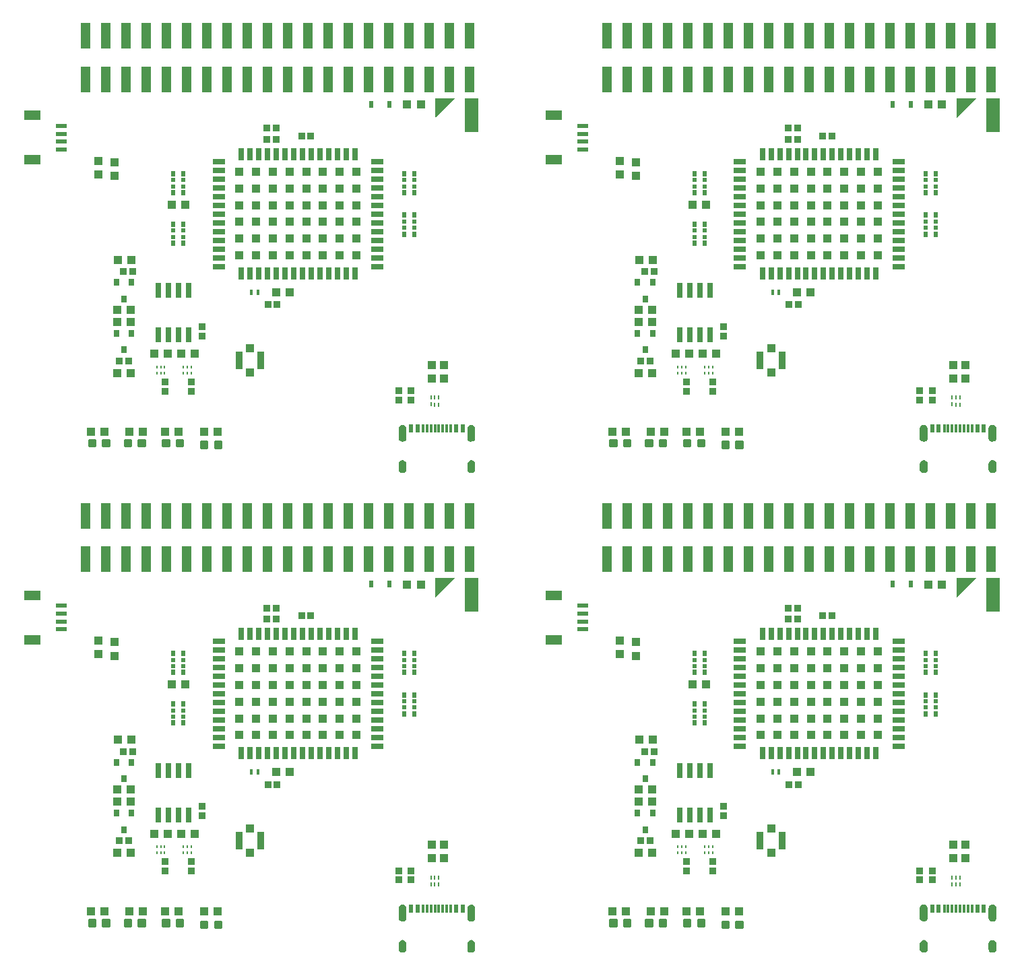
<source format=gtp>
G04 EAGLE Gerber RS-274X export*
G75*
%MOMM*%
%FSLAX34Y34*%
%LPD*%
%INSolderpaste Top*%
%IPPOS*%
%AMOC8*
5,1,8,0,0,1.08239X$1,22.5*%
G01*
%ADD10R,1.000000X1.100000*%
%ADD11R,0.850000X2.200000*%
%ADD12R,1.000000X1.050000*%
%ADD13R,0.630000X0.830000*%
%ADD14R,1.100000X1.000000*%
%ADD15C,0.300000*%
%ADD16R,1.700000X4.200000*%
%ADD17R,0.800000X1.500000*%
%ADD18R,1.500000X0.800000*%
%ADD19R,1.100000X1.100000*%
%ADD20R,0.850000X0.900000*%
%ADD21R,0.250000X0.610000*%
%ADD22R,0.250000X0.560000*%
%ADD23R,0.300000X1.000000*%
%ADD24R,0.600000X1.000000*%
%ADD25R,0.900000X0.850000*%
%ADD26R,1.270000X3.175000*%
%ADD27R,2.000000X1.200000*%
%ADD28R,1.350000X0.600000*%
%ADD29R,0.400000X0.700000*%
%ADD30R,0.800000X0.900000*%
%ADD31R,0.640000X1.900000*%
%ADD32R,0.240000X0.440000*%
%ADD33R,0.550000X0.800000*%
%ADD34R,0.550000X0.500000*%

G36*
X523536Y1052515D02*
X523536Y1052515D01*
X523563Y1052511D01*
X523604Y1052528D01*
X523646Y1052537D01*
X523682Y1052563D01*
X523691Y1052567D01*
X523695Y1052573D01*
X523706Y1052581D01*
X547706Y1076581D01*
X547727Y1076620D01*
X547756Y1076653D01*
X547760Y1076680D01*
X547773Y1076704D01*
X547770Y1076748D01*
X547777Y1076791D01*
X547766Y1076816D01*
X547764Y1076843D01*
X547738Y1076879D01*
X547720Y1076919D01*
X547697Y1076934D01*
X547681Y1076956D01*
X547640Y1076972D01*
X547604Y1076996D01*
X547560Y1077002D01*
X547551Y1077006D01*
X547544Y1077005D01*
X547530Y1077007D01*
X523530Y1077007D01*
X523514Y1077002D01*
X523497Y1077005D01*
X523447Y1076983D01*
X523396Y1076968D01*
X523385Y1076955D01*
X523369Y1076948D01*
X523339Y1076903D01*
X523304Y1076862D01*
X523301Y1076845D01*
X523292Y1076831D01*
X523281Y1076758D01*
X523281Y1052758D01*
X523293Y1052715D01*
X523296Y1052672D01*
X523312Y1052650D01*
X523320Y1052623D01*
X523353Y1052595D01*
X523379Y1052559D01*
X523405Y1052550D01*
X523425Y1052531D01*
X523469Y1052525D01*
X523509Y1052509D01*
X523536Y1052515D01*
G37*
G36*
X1178628Y1052515D02*
X1178628Y1052515D01*
X1178655Y1052511D01*
X1178695Y1052528D01*
X1178738Y1052537D01*
X1178773Y1052563D01*
X1178783Y1052567D01*
X1178786Y1052573D01*
X1178798Y1052581D01*
X1202798Y1076581D01*
X1202819Y1076620D01*
X1202848Y1076653D01*
X1202852Y1076680D01*
X1202865Y1076704D01*
X1202862Y1076748D01*
X1202868Y1076791D01*
X1202857Y1076816D01*
X1202855Y1076843D01*
X1202829Y1076879D01*
X1202812Y1076919D01*
X1202789Y1076934D01*
X1202772Y1076956D01*
X1202732Y1076972D01*
X1202695Y1076996D01*
X1202652Y1077002D01*
X1202642Y1077006D01*
X1202636Y1077005D01*
X1202621Y1077007D01*
X1178621Y1077007D01*
X1178605Y1077002D01*
X1178588Y1077005D01*
X1178539Y1076983D01*
X1178487Y1076968D01*
X1178476Y1076955D01*
X1178460Y1076948D01*
X1178431Y1076903D01*
X1178395Y1076862D01*
X1178393Y1076845D01*
X1178383Y1076831D01*
X1178372Y1076758D01*
X1178372Y1052758D01*
X1178384Y1052715D01*
X1178387Y1052672D01*
X1178404Y1052650D01*
X1178411Y1052623D01*
X1178444Y1052595D01*
X1178470Y1052559D01*
X1178496Y1052550D01*
X1178517Y1052531D01*
X1178560Y1052525D01*
X1178601Y1052509D01*
X1178628Y1052515D01*
G37*
G36*
X1178628Y449417D02*
X1178628Y449417D01*
X1178655Y449413D01*
X1178695Y449431D01*
X1178738Y449440D01*
X1178773Y449466D01*
X1178783Y449470D01*
X1178786Y449475D01*
X1178798Y449484D01*
X1202798Y473484D01*
X1202819Y473522D01*
X1202848Y473555D01*
X1202852Y473582D01*
X1202865Y473606D01*
X1202862Y473650D01*
X1202868Y473693D01*
X1202857Y473719D01*
X1202855Y473746D01*
X1202829Y473781D01*
X1202812Y473821D01*
X1202789Y473836D01*
X1202772Y473858D01*
X1202732Y473874D01*
X1202695Y473898D01*
X1202652Y473905D01*
X1202642Y473908D01*
X1202636Y473907D01*
X1202621Y473909D01*
X1178621Y473909D01*
X1178605Y473904D01*
X1178588Y473907D01*
X1178539Y473885D01*
X1178487Y473870D01*
X1178476Y473857D01*
X1178460Y473850D01*
X1178431Y473805D01*
X1178395Y473765D01*
X1178393Y473748D01*
X1178383Y473734D01*
X1178372Y473660D01*
X1178372Y449660D01*
X1178384Y449618D01*
X1178387Y449574D01*
X1178404Y449552D01*
X1178411Y449526D01*
X1178444Y449497D01*
X1178470Y449462D01*
X1178496Y449452D01*
X1178517Y449434D01*
X1178560Y449427D01*
X1178601Y449412D01*
X1178628Y449417D01*
G37*
G36*
X523536Y449417D02*
X523536Y449417D01*
X523563Y449413D01*
X523604Y449431D01*
X523646Y449440D01*
X523682Y449466D01*
X523691Y449470D01*
X523695Y449475D01*
X523706Y449484D01*
X547706Y473484D01*
X547727Y473522D01*
X547756Y473555D01*
X547760Y473582D01*
X547773Y473606D01*
X547770Y473650D01*
X547777Y473693D01*
X547766Y473719D01*
X547764Y473746D01*
X547738Y473781D01*
X547720Y473821D01*
X547697Y473836D01*
X547681Y473858D01*
X547640Y473874D01*
X547604Y473898D01*
X547560Y473905D01*
X547551Y473908D01*
X547544Y473907D01*
X547530Y473909D01*
X523530Y473909D01*
X523514Y473904D01*
X523497Y473907D01*
X523447Y473885D01*
X523396Y473870D01*
X523385Y473857D01*
X523369Y473850D01*
X523339Y473805D01*
X523304Y473765D01*
X523301Y473748D01*
X523292Y473734D01*
X523281Y473660D01*
X523281Y449660D01*
X523293Y449618D01*
X523296Y449574D01*
X523312Y449552D01*
X523320Y449526D01*
X523353Y449497D01*
X523379Y449462D01*
X523405Y449452D01*
X523425Y449434D01*
X523469Y449427D01*
X523509Y449412D01*
X523536Y449417D01*
G37*
G36*
X1223092Y645338D02*
X1223092Y645338D01*
X1223092Y645339D01*
X1223092Y645338D01*
X1224161Y645357D01*
X1224167Y645362D01*
X1224171Y645359D01*
X1225209Y645615D01*
X1225214Y645621D01*
X1225219Y645619D01*
X1226173Y646099D01*
X1226177Y646107D01*
X1226183Y646105D01*
X1227006Y646786D01*
X1227008Y646794D01*
X1227014Y646794D01*
X1227665Y647641D01*
X1227665Y647649D01*
X1227671Y647651D01*
X1228117Y648621D01*
X1228115Y648629D01*
X1228120Y648632D01*
X1228340Y649678D01*
X1228336Y649684D01*
X1228341Y649688D01*
X1228341Y661688D01*
X1228337Y661692D01*
X1228340Y661696D01*
X1228160Y662791D01*
X1228154Y662796D01*
X1228157Y662801D01*
X1227738Y663829D01*
X1227731Y663833D01*
X1227733Y663839D01*
X1227096Y664748D01*
X1227088Y664750D01*
X1227089Y664756D01*
X1226265Y665500D01*
X1226257Y665501D01*
X1226256Y665507D01*
X1225288Y666049D01*
X1225280Y666048D01*
X1225278Y666053D01*
X1224213Y666366D01*
X1224209Y666365D01*
X1224205Y666365D01*
X1224202Y666368D01*
X1223094Y666437D01*
X1223088Y666432D01*
X1223084Y666436D01*
X1221976Y666266D01*
X1221971Y666261D01*
X1221966Y666264D01*
X1220924Y665851D01*
X1220919Y665844D01*
X1220914Y665846D01*
X1219990Y665213D01*
X1219987Y665205D01*
X1219981Y665205D01*
X1219221Y664382D01*
X1219221Y664374D01*
X1219215Y664373D01*
X1218657Y663401D01*
X1218658Y663393D01*
X1218653Y663391D01*
X1218325Y662320D01*
X1218328Y662312D01*
X1218323Y662309D01*
X1218242Y661191D01*
X1218244Y661189D01*
X1218242Y661188D01*
X1218242Y649188D01*
X1218247Y649181D01*
X1218243Y649176D01*
X1218463Y648232D01*
X1218469Y648227D01*
X1218466Y648222D01*
X1218890Y647350D01*
X1218897Y647346D01*
X1218896Y647341D01*
X1219503Y646585D01*
X1219511Y646583D01*
X1219511Y646577D01*
X1220271Y645975D01*
X1220279Y645975D01*
X1220280Y645970D01*
X1221155Y645552D01*
X1221163Y645554D01*
X1221165Y645548D01*
X1222111Y645336D01*
X1222119Y645340D01*
X1222122Y645335D01*
X1223092Y645338D01*
G37*
G36*
X568000Y645338D02*
X568000Y645338D01*
X568001Y645339D01*
X568001Y645338D01*
X569069Y645357D01*
X569076Y645362D01*
X569080Y645359D01*
X570117Y645615D01*
X570122Y645621D01*
X570128Y645619D01*
X571082Y646099D01*
X571086Y646107D01*
X571091Y646105D01*
X571915Y646786D01*
X571916Y646794D01*
X571922Y646794D01*
X572573Y647641D01*
X572573Y647649D01*
X572579Y647651D01*
X573026Y648621D01*
X573024Y648629D01*
X573029Y648632D01*
X573248Y649678D01*
X573245Y649684D01*
X573249Y649688D01*
X573249Y661688D01*
X573246Y661692D01*
X573249Y661696D01*
X573069Y662791D01*
X573063Y662796D01*
X573066Y662801D01*
X572647Y663829D01*
X572640Y663833D01*
X572642Y663839D01*
X572005Y664748D01*
X571997Y664750D01*
X571997Y664756D01*
X571174Y665500D01*
X571166Y665501D01*
X571165Y665507D01*
X570197Y666049D01*
X570188Y666048D01*
X570186Y666053D01*
X569122Y666366D01*
X569117Y666365D01*
X569113Y666365D01*
X569111Y666368D01*
X568003Y666437D01*
X567997Y666432D01*
X567993Y666436D01*
X566885Y666266D01*
X566879Y666261D01*
X566874Y666264D01*
X565832Y665851D01*
X565828Y665844D01*
X565823Y665846D01*
X564898Y665213D01*
X564896Y665205D01*
X564890Y665205D01*
X564130Y664382D01*
X564129Y664374D01*
X564123Y664373D01*
X563566Y663401D01*
X563567Y663393D01*
X563561Y663391D01*
X563234Y662320D01*
X563237Y662312D01*
X563232Y662309D01*
X563151Y661191D01*
X563152Y661189D01*
X563151Y661188D01*
X563151Y649188D01*
X563156Y649181D01*
X563152Y649176D01*
X563371Y648232D01*
X563377Y648227D01*
X563375Y648222D01*
X563799Y647350D01*
X563806Y647346D01*
X563804Y647341D01*
X564411Y646585D01*
X564419Y646583D01*
X564419Y646577D01*
X565179Y645975D01*
X565188Y645975D01*
X565189Y645970D01*
X566064Y645552D01*
X566072Y645554D01*
X566074Y645548D01*
X567020Y645336D01*
X567027Y645340D01*
X567031Y645335D01*
X568000Y645338D01*
G37*
G36*
X1223092Y42241D02*
X1223092Y42241D01*
X1224161Y42260D01*
X1224167Y42265D01*
X1224171Y42261D01*
X1225209Y42517D01*
X1225214Y42524D01*
X1225219Y42521D01*
X1226173Y43002D01*
X1226177Y43009D01*
X1226183Y43008D01*
X1227006Y43689D01*
X1227008Y43697D01*
X1227014Y43697D01*
X1227665Y44544D01*
X1227665Y44552D01*
X1227671Y44553D01*
X1228117Y45524D01*
X1228115Y45532D01*
X1228120Y45534D01*
X1228340Y46580D01*
X1228336Y46587D01*
X1228341Y46590D01*
X1228341Y58590D01*
X1228337Y58595D01*
X1228340Y58598D01*
X1228160Y59693D01*
X1228154Y59699D01*
X1228157Y59704D01*
X1227738Y60732D01*
X1227731Y60736D01*
X1227733Y60741D01*
X1227096Y61650D01*
X1227088Y61653D01*
X1227089Y61658D01*
X1226265Y62402D01*
X1226257Y62403D01*
X1226256Y62409D01*
X1225288Y62951D01*
X1225280Y62950D01*
X1225278Y62956D01*
X1224213Y63269D01*
X1224209Y63267D01*
X1224205Y63267D01*
X1224202Y63271D01*
X1223094Y63339D01*
X1223088Y63335D01*
X1223084Y63339D01*
X1221976Y63169D01*
X1221971Y63163D01*
X1221966Y63166D01*
X1220924Y62754D01*
X1220919Y62747D01*
X1220914Y62749D01*
X1219990Y62115D01*
X1219987Y62107D01*
X1219981Y62108D01*
X1219221Y61285D01*
X1219221Y61276D01*
X1219215Y61276D01*
X1218657Y60304D01*
X1218658Y60296D01*
X1218653Y60294D01*
X1218325Y59222D01*
X1218328Y59214D01*
X1218323Y59211D01*
X1218242Y58094D01*
X1218244Y58091D01*
X1218242Y58090D01*
X1218242Y46090D01*
X1218247Y46083D01*
X1218243Y46079D01*
X1218463Y45135D01*
X1218469Y45129D01*
X1218466Y45124D01*
X1218890Y44252D01*
X1218897Y44249D01*
X1218896Y44243D01*
X1219503Y43487D01*
X1219511Y43485D01*
X1219511Y43479D01*
X1220271Y42878D01*
X1220279Y42878D01*
X1220280Y42872D01*
X1221155Y42454D01*
X1221163Y42456D01*
X1221165Y42451D01*
X1222111Y42239D01*
X1222119Y42242D01*
X1222122Y42237D01*
X1223092Y42241D01*
G37*
G36*
X568000Y42241D02*
X568000Y42241D01*
X568001Y42241D01*
X569069Y42260D01*
X569076Y42265D01*
X569080Y42261D01*
X570117Y42517D01*
X570122Y42524D01*
X570128Y42521D01*
X571082Y43002D01*
X571086Y43009D01*
X571091Y43008D01*
X571915Y43689D01*
X571916Y43697D01*
X571922Y43697D01*
X572573Y44544D01*
X572573Y44552D01*
X572579Y44553D01*
X573026Y45524D01*
X573024Y45532D01*
X573029Y45534D01*
X573248Y46580D01*
X573245Y46587D01*
X573249Y46590D01*
X573249Y58590D01*
X573246Y58595D01*
X573249Y58598D01*
X573069Y59693D01*
X573063Y59699D01*
X573066Y59704D01*
X572647Y60732D01*
X572640Y60736D01*
X572642Y60741D01*
X572005Y61650D01*
X571997Y61653D01*
X571997Y61658D01*
X571174Y62402D01*
X571166Y62403D01*
X571165Y62409D01*
X570197Y62951D01*
X570188Y62950D01*
X570186Y62956D01*
X569122Y63269D01*
X569117Y63267D01*
X569113Y63267D01*
X569111Y63271D01*
X568003Y63339D01*
X567997Y63335D01*
X567993Y63339D01*
X566885Y63169D01*
X566879Y63163D01*
X566874Y63166D01*
X565832Y62754D01*
X565828Y62747D01*
X565823Y62749D01*
X564898Y62115D01*
X564896Y62107D01*
X564890Y62108D01*
X564130Y61285D01*
X564129Y61276D01*
X564123Y61276D01*
X563566Y60304D01*
X563567Y60296D01*
X563561Y60294D01*
X563234Y59222D01*
X563237Y59214D01*
X563232Y59211D01*
X563151Y58094D01*
X563152Y58091D01*
X563151Y58090D01*
X563151Y46090D01*
X563156Y46083D01*
X563152Y46079D01*
X563371Y45135D01*
X563377Y45129D01*
X563375Y45124D01*
X563799Y44252D01*
X563806Y44249D01*
X563804Y44243D01*
X564411Y43487D01*
X564419Y43485D01*
X564419Y43479D01*
X565179Y42878D01*
X565188Y42878D01*
X565189Y42872D01*
X566064Y42454D01*
X566072Y42456D01*
X566074Y42451D01*
X567020Y42239D01*
X567027Y42242D01*
X567031Y42237D01*
X568000Y42241D01*
G37*
G36*
X1137672Y645347D02*
X1137672Y645347D01*
X1137679Y645352D01*
X1137683Y645349D01*
X1138735Y645598D01*
X1138740Y645604D01*
X1138745Y645602D01*
X1139715Y646079D01*
X1139719Y646086D01*
X1139724Y646085D01*
X1140563Y646766D01*
X1140565Y646774D01*
X1140571Y646774D01*
X1141238Y647624D01*
X1141238Y647632D01*
X1141244Y647633D01*
X1141704Y648611D01*
X1141703Y648619D01*
X1141708Y648621D01*
X1141940Y649677D01*
X1141936Y649684D01*
X1141941Y649688D01*
X1141941Y661688D01*
X1141937Y661693D01*
X1141940Y661696D01*
X1141748Y662801D01*
X1141742Y662807D01*
X1141745Y662812D01*
X1141312Y663846D01*
X1141304Y663850D01*
X1141306Y663856D01*
X1140654Y664768D01*
X1140646Y664771D01*
X1140646Y664776D01*
X1139807Y665521D01*
X1139799Y665521D01*
X1139798Y665527D01*
X1138814Y666066D01*
X1138806Y666065D01*
X1138804Y666070D01*
X1137725Y666376D01*
X1137717Y666373D01*
X1137714Y666378D01*
X1136594Y666437D01*
X1136589Y666433D01*
X1136586Y666437D01*
X1135540Y666319D01*
X1135534Y666313D01*
X1135529Y666316D01*
X1134536Y665969D01*
X1134531Y665962D01*
X1134526Y665964D01*
X1133635Y665404D01*
X1133632Y665396D01*
X1133626Y665397D01*
X1132882Y664653D01*
X1132881Y664645D01*
X1132875Y664644D01*
X1132315Y663753D01*
X1132316Y663745D01*
X1132310Y663743D01*
X1131963Y662750D01*
X1131965Y662742D01*
X1131960Y662739D01*
X1131842Y661693D01*
X1131845Y661689D01*
X1131842Y661688D01*
X1131842Y649688D01*
X1131846Y649683D01*
X1131843Y649680D01*
X1132000Y648684D01*
X1132006Y648678D01*
X1132003Y648673D01*
X1132378Y647737D01*
X1132385Y647732D01*
X1132383Y647727D01*
X1132957Y646898D01*
X1132965Y646895D01*
X1132965Y646889D01*
X1133709Y646208D01*
X1133717Y646208D01*
X1133718Y646202D01*
X1134595Y645704D01*
X1134603Y645705D01*
X1134605Y645699D01*
X1135571Y645409D01*
X1135579Y645412D01*
X1135582Y645407D01*
X1136588Y645338D01*
X1136591Y645340D01*
X1136592Y645338D01*
X1137672Y645347D01*
G37*
G36*
X482581Y645347D02*
X482581Y645347D01*
X482588Y645352D01*
X482592Y645349D01*
X483644Y645598D01*
X483649Y645604D01*
X483654Y645602D01*
X484624Y646079D01*
X484627Y646086D01*
X484633Y646085D01*
X485472Y646766D01*
X485474Y646774D01*
X485480Y646774D01*
X486146Y647624D01*
X486147Y647632D01*
X486152Y647633D01*
X486613Y648611D01*
X486611Y648619D01*
X486617Y648621D01*
X486848Y649677D01*
X486845Y649684D01*
X486849Y649688D01*
X486849Y661688D01*
X486845Y661693D01*
X486849Y661696D01*
X486656Y662801D01*
X486650Y662807D01*
X486653Y662812D01*
X486220Y663846D01*
X486213Y663850D01*
X486215Y663856D01*
X485562Y664768D01*
X485554Y664771D01*
X485555Y664776D01*
X484716Y665521D01*
X484707Y665521D01*
X484707Y665527D01*
X483723Y666066D01*
X483715Y666065D01*
X483713Y666070D01*
X482634Y666376D01*
X482626Y666373D01*
X482623Y666378D01*
X481503Y666437D01*
X481498Y666433D01*
X481495Y666437D01*
X480449Y666319D01*
X480443Y666313D01*
X480438Y666316D01*
X479444Y665969D01*
X479440Y665962D01*
X479435Y665964D01*
X478543Y665404D01*
X478541Y665396D01*
X478535Y665397D01*
X477791Y664653D01*
X477789Y664645D01*
X477784Y664644D01*
X477224Y663753D01*
X477224Y663745D01*
X477219Y663743D01*
X476871Y662750D01*
X476874Y662742D01*
X476869Y662739D01*
X476751Y661693D01*
X476753Y661689D01*
X476751Y661688D01*
X476751Y649688D01*
X476754Y649683D01*
X476751Y649680D01*
X476909Y648684D01*
X476915Y648678D01*
X476912Y648673D01*
X477287Y647737D01*
X477294Y647732D01*
X477292Y647727D01*
X477866Y646898D01*
X477874Y646895D01*
X477873Y646889D01*
X478617Y646208D01*
X478626Y646208D01*
X478626Y646202D01*
X479503Y645704D01*
X479512Y645705D01*
X479514Y645699D01*
X480479Y645409D01*
X480487Y645412D01*
X480490Y645407D01*
X481497Y645338D01*
X481499Y645340D01*
X481500Y645338D01*
X482581Y645347D01*
G37*
G36*
X482581Y42250D02*
X482581Y42250D01*
X482588Y42255D01*
X482592Y42251D01*
X483644Y42501D01*
X483649Y42507D01*
X483654Y42504D01*
X484624Y42981D01*
X484627Y42989D01*
X484633Y42987D01*
X485472Y43668D01*
X485474Y43676D01*
X485480Y43676D01*
X486146Y44527D01*
X486147Y44535D01*
X486152Y44536D01*
X486613Y45513D01*
X486611Y45521D01*
X486617Y45524D01*
X486848Y46579D01*
X486845Y46587D01*
X486849Y46590D01*
X486849Y58590D01*
X486845Y58595D01*
X486849Y58598D01*
X486656Y59704D01*
X486650Y59709D01*
X486653Y59714D01*
X486220Y60749D01*
X486213Y60753D01*
X486215Y60758D01*
X485562Y61671D01*
X485554Y61673D01*
X485555Y61679D01*
X484716Y62423D01*
X484707Y62424D01*
X484707Y62429D01*
X483723Y62968D01*
X483715Y62967D01*
X483713Y62972D01*
X482634Y63279D01*
X482626Y63276D01*
X482623Y63281D01*
X481503Y63339D01*
X481498Y63336D01*
X481495Y63339D01*
X480449Y63221D01*
X480443Y63215D01*
X480438Y63219D01*
X479444Y62871D01*
X479440Y62864D01*
X479435Y62866D01*
X478543Y62306D01*
X478541Y62299D01*
X478535Y62299D01*
X477791Y61555D01*
X477789Y61547D01*
X477784Y61547D01*
X477224Y60655D01*
X477224Y60647D01*
X477219Y60646D01*
X476871Y59652D01*
X476874Y59644D01*
X476869Y59641D01*
X476751Y58596D01*
X476753Y58592D01*
X476751Y58590D01*
X476751Y46590D01*
X476754Y46585D01*
X476751Y46582D01*
X476909Y45586D01*
X476915Y45580D01*
X476912Y45575D01*
X477287Y44639D01*
X477294Y44635D01*
X477292Y44629D01*
X477866Y43800D01*
X477874Y43797D01*
X477873Y43792D01*
X478617Y43111D01*
X478626Y43110D01*
X478626Y43104D01*
X479503Y42606D01*
X479512Y42607D01*
X479514Y42602D01*
X480479Y42311D01*
X480487Y42314D01*
X480490Y42309D01*
X481497Y42241D01*
X481499Y42242D01*
X481500Y42241D01*
X482581Y42250D01*
G37*
G36*
X1137672Y42250D02*
X1137672Y42250D01*
X1137679Y42255D01*
X1137683Y42251D01*
X1138735Y42501D01*
X1138740Y42507D01*
X1138745Y42504D01*
X1139715Y42981D01*
X1139719Y42989D01*
X1139724Y42987D01*
X1140563Y43668D01*
X1140565Y43676D01*
X1140571Y43676D01*
X1141238Y44527D01*
X1141238Y44535D01*
X1141244Y44536D01*
X1141704Y45513D01*
X1141703Y45521D01*
X1141708Y45524D01*
X1141940Y46579D01*
X1141936Y46587D01*
X1141941Y46590D01*
X1141941Y58590D01*
X1141937Y58595D01*
X1141940Y58598D01*
X1141748Y59704D01*
X1141742Y59709D01*
X1141745Y59714D01*
X1141312Y60749D01*
X1141304Y60753D01*
X1141306Y60758D01*
X1140654Y61671D01*
X1140646Y61673D01*
X1140646Y61679D01*
X1139807Y62423D01*
X1139799Y62424D01*
X1139798Y62429D01*
X1138814Y62968D01*
X1138806Y62967D01*
X1138804Y62972D01*
X1137725Y63279D01*
X1137717Y63276D01*
X1137714Y63281D01*
X1136594Y63339D01*
X1136589Y63336D01*
X1136586Y63339D01*
X1135540Y63221D01*
X1135534Y63215D01*
X1135529Y63219D01*
X1134536Y62871D01*
X1134531Y62864D01*
X1134526Y62866D01*
X1133635Y62306D01*
X1133632Y62299D01*
X1133626Y62299D01*
X1132882Y61555D01*
X1132881Y61547D01*
X1132875Y61547D01*
X1132315Y60655D01*
X1132316Y60647D01*
X1132310Y60646D01*
X1131963Y59652D01*
X1131965Y59644D01*
X1131960Y59641D01*
X1131842Y58596D01*
X1131845Y58592D01*
X1131842Y58590D01*
X1131842Y46590D01*
X1131846Y46585D01*
X1131843Y46582D01*
X1132000Y45586D01*
X1132006Y45580D01*
X1132003Y45575D01*
X1132378Y44639D01*
X1132385Y44635D01*
X1132383Y44629D01*
X1132957Y43800D01*
X1132965Y43797D01*
X1132965Y43792D01*
X1133709Y43111D01*
X1133717Y43110D01*
X1133718Y43104D01*
X1134595Y42606D01*
X1134603Y42607D01*
X1134605Y42602D01*
X1135571Y42311D01*
X1135579Y42314D01*
X1135582Y42309D01*
X1136588Y42241D01*
X1136591Y42242D01*
X1136592Y42241D01*
X1137672Y42250D01*
G37*
G36*
X568504Y605842D02*
X568504Y605842D01*
X568507Y605839D01*
X569583Y605994D01*
X569588Y606000D01*
X569593Y605997D01*
X570607Y606387D01*
X570611Y606394D01*
X570617Y606392D01*
X571519Y606998D01*
X571521Y607006D01*
X571527Y607006D01*
X572271Y607797D01*
X572272Y607805D01*
X572278Y607806D01*
X572827Y608744D01*
X572826Y608752D01*
X572832Y608754D01*
X573159Y609790D01*
X573156Y609798D01*
X573161Y609801D01*
X573249Y610884D01*
X573247Y610886D01*
X573249Y610888D01*
X573249Y616888D01*
X573246Y616892D01*
X573249Y616894D01*
X573099Y618026D01*
X573093Y618032D01*
X573096Y618037D01*
X572698Y619108D01*
X572691Y619112D01*
X572693Y619118D01*
X572066Y620073D01*
X572058Y620075D01*
X572059Y620081D01*
X571236Y620873D01*
X571228Y620874D01*
X571227Y620880D01*
X570248Y621468D01*
X570240Y621467D01*
X570238Y621473D01*
X569153Y621829D01*
X569145Y621826D01*
X569142Y621831D01*
X568005Y621937D01*
X567996Y621931D01*
X567991Y621936D01*
X566854Y621729D01*
X566848Y621723D01*
X566843Y621726D01*
X565781Y621271D01*
X565777Y621264D01*
X565771Y621266D01*
X564836Y620586D01*
X564834Y620578D01*
X564828Y620578D01*
X564068Y619707D01*
X564068Y619699D01*
X564062Y619698D01*
X563515Y618680D01*
X563516Y618672D01*
X563511Y618670D01*
X563507Y618657D01*
X563494Y618607D01*
X563493Y618607D01*
X563494Y618607D01*
X563480Y618558D01*
X563466Y618509D01*
X563453Y618460D01*
X563439Y618410D01*
X563426Y618361D01*
X563412Y618312D01*
X563399Y618263D01*
X563385Y618213D01*
X563371Y618164D01*
X563358Y618115D01*
X563344Y618066D01*
X563331Y618016D01*
X563317Y617967D01*
X563304Y617918D01*
X563290Y617869D01*
X563277Y617819D01*
X563276Y617819D01*
X563263Y617770D01*
X563249Y617721D01*
X563204Y617555D01*
X563207Y617548D01*
X563202Y617545D01*
X563151Y616390D01*
X563152Y616388D01*
X563151Y616388D01*
X563151Y610388D01*
X563155Y610382D01*
X563152Y610378D01*
X563364Y609298D01*
X563370Y609292D01*
X563367Y609287D01*
X563814Y608281D01*
X563821Y608277D01*
X563819Y608272D01*
X564479Y607390D01*
X564487Y607388D01*
X564487Y607382D01*
X565326Y606670D01*
X565334Y606669D01*
X565335Y606664D01*
X566312Y606156D01*
X566320Y606157D01*
X566322Y606152D01*
X567387Y605874D01*
X567395Y605877D01*
X567398Y605872D01*
X568499Y605838D01*
X568504Y605842D01*
G37*
G36*
X1223595Y605842D02*
X1223595Y605842D01*
X1223598Y605839D01*
X1224674Y605994D01*
X1224680Y606000D01*
X1224685Y605997D01*
X1225699Y606387D01*
X1225703Y606394D01*
X1225708Y606392D01*
X1226610Y606998D01*
X1226613Y607006D01*
X1226618Y607006D01*
X1227363Y607797D01*
X1227364Y607805D01*
X1227369Y607806D01*
X1227919Y608744D01*
X1227918Y608752D01*
X1227923Y608754D01*
X1228250Y609790D01*
X1228247Y609798D01*
X1228252Y609801D01*
X1228341Y610884D01*
X1228339Y610886D01*
X1228341Y610888D01*
X1228341Y616888D01*
X1228338Y616892D01*
X1228340Y616894D01*
X1228190Y618026D01*
X1228184Y618032D01*
X1228187Y618037D01*
X1227789Y619108D01*
X1227782Y619112D01*
X1227784Y619118D01*
X1227158Y620073D01*
X1227150Y620075D01*
X1227151Y620081D01*
X1226327Y620873D01*
X1226319Y620874D01*
X1226318Y620880D01*
X1225340Y621468D01*
X1225331Y621467D01*
X1225329Y621473D01*
X1224244Y621829D01*
X1224236Y621826D01*
X1224233Y621831D01*
X1223096Y621937D01*
X1223088Y621931D01*
X1223083Y621936D01*
X1221945Y621729D01*
X1221940Y621723D01*
X1221935Y621726D01*
X1220872Y621271D01*
X1220868Y621264D01*
X1220863Y621266D01*
X1219928Y620586D01*
X1219925Y620578D01*
X1219920Y620578D01*
X1219160Y619707D01*
X1219159Y619699D01*
X1219153Y619698D01*
X1218606Y618680D01*
X1218607Y618672D01*
X1218602Y618670D01*
X1218598Y618657D01*
X1218585Y618607D01*
X1218571Y618558D01*
X1218558Y618509D01*
X1218544Y618460D01*
X1218531Y618410D01*
X1218517Y618361D01*
X1218504Y618312D01*
X1218490Y618263D01*
X1218476Y618213D01*
X1218463Y618164D01*
X1218449Y618115D01*
X1218436Y618066D01*
X1218422Y618016D01*
X1218409Y617967D01*
X1218395Y617918D01*
X1218381Y617869D01*
X1218368Y617819D01*
X1218354Y617770D01*
X1218341Y617721D01*
X1218295Y617555D01*
X1218298Y617548D01*
X1218293Y617545D01*
X1218242Y616390D01*
X1218243Y616388D01*
X1218242Y616388D01*
X1218242Y610388D01*
X1218246Y610382D01*
X1218243Y610378D01*
X1218455Y609298D01*
X1218461Y609292D01*
X1218458Y609287D01*
X1218905Y608281D01*
X1218912Y608277D01*
X1218911Y608272D01*
X1219570Y607390D01*
X1219578Y607388D01*
X1219578Y607382D01*
X1220417Y606670D01*
X1220425Y606669D01*
X1220426Y606664D01*
X1221403Y606156D01*
X1221411Y606157D01*
X1221413Y606152D01*
X1222479Y605874D01*
X1222486Y605877D01*
X1222490Y605872D01*
X1223590Y605838D01*
X1223595Y605842D01*
G37*
G36*
X1223595Y2745D02*
X1223595Y2745D01*
X1223598Y2741D01*
X1224674Y2896D01*
X1224680Y2902D01*
X1224685Y2899D01*
X1225699Y3289D01*
X1225703Y3296D01*
X1225708Y3295D01*
X1226610Y3901D01*
X1226613Y3909D01*
X1226618Y3908D01*
X1227363Y4700D01*
X1227364Y4708D01*
X1227369Y4708D01*
X1227919Y5646D01*
X1227918Y5654D01*
X1227923Y5656D01*
X1228250Y6692D01*
X1228247Y6700D01*
X1228252Y6703D01*
X1228341Y7786D01*
X1228339Y7789D01*
X1228341Y7790D01*
X1228341Y13790D01*
X1228338Y13794D01*
X1228340Y13796D01*
X1228190Y14929D01*
X1228184Y14935D01*
X1228187Y14940D01*
X1227789Y16010D01*
X1227782Y16014D01*
X1227784Y16020D01*
X1227158Y16975D01*
X1227150Y16978D01*
X1227151Y16983D01*
X1226327Y17775D01*
X1226319Y17776D01*
X1226318Y17782D01*
X1225340Y18371D01*
X1225331Y18370D01*
X1225329Y18375D01*
X1224244Y18731D01*
X1224236Y18729D01*
X1224233Y18733D01*
X1223096Y18839D01*
X1223088Y18834D01*
X1223083Y18838D01*
X1221945Y18631D01*
X1221940Y18625D01*
X1221935Y18628D01*
X1220872Y18173D01*
X1220868Y18166D01*
X1220863Y18168D01*
X1219928Y17488D01*
X1219925Y17480D01*
X1219920Y17481D01*
X1219160Y16610D01*
X1219159Y16602D01*
X1219153Y16601D01*
X1218606Y15582D01*
X1218607Y15574D01*
X1218602Y15572D01*
X1218598Y15559D01*
X1218585Y15510D01*
X1218571Y15461D01*
X1218558Y15411D01*
X1218544Y15362D01*
X1218531Y15313D01*
X1218517Y15264D01*
X1218504Y15214D01*
X1218490Y15165D01*
X1218476Y15116D01*
X1218463Y15067D01*
X1218449Y15017D01*
X1218436Y14968D01*
X1218422Y14919D01*
X1218409Y14870D01*
X1218395Y14820D01*
X1218381Y14771D01*
X1218368Y14722D01*
X1218354Y14673D01*
X1218341Y14623D01*
X1218295Y14458D01*
X1218298Y14450D01*
X1218293Y14447D01*
X1218242Y13292D01*
X1218243Y13291D01*
X1218242Y13290D01*
X1218242Y7290D01*
X1218246Y7284D01*
X1218243Y7281D01*
X1218455Y6200D01*
X1218461Y6195D01*
X1218458Y6190D01*
X1218905Y5184D01*
X1218912Y5180D01*
X1218911Y5174D01*
X1219570Y4293D01*
X1219578Y4290D01*
X1219578Y4285D01*
X1220417Y3572D01*
X1220425Y3572D01*
X1220426Y3566D01*
X1221403Y3058D01*
X1221411Y3059D01*
X1221413Y3054D01*
X1222479Y2776D01*
X1222486Y2779D01*
X1222490Y2775D01*
X1223590Y2741D01*
X1223595Y2745D01*
G37*
G36*
X568504Y2745D02*
X568504Y2745D01*
X568507Y2741D01*
X569583Y2896D01*
X569588Y2902D01*
X569593Y2899D01*
X570607Y3289D01*
X570611Y3296D01*
X570617Y3295D01*
X571519Y3901D01*
X571521Y3909D01*
X571527Y3908D01*
X572271Y4700D01*
X572272Y4708D01*
X572278Y4708D01*
X572827Y5646D01*
X572826Y5654D01*
X572832Y5656D01*
X573159Y6692D01*
X573156Y6700D01*
X573161Y6703D01*
X573249Y7786D01*
X573247Y7789D01*
X573249Y7790D01*
X573249Y13790D01*
X573246Y13794D01*
X573249Y13796D01*
X573099Y14929D01*
X573093Y14935D01*
X573096Y14940D01*
X572698Y16010D01*
X572691Y16014D01*
X572693Y16020D01*
X572066Y16975D01*
X572058Y16978D01*
X572059Y16983D01*
X571236Y17775D01*
X571228Y17776D01*
X571227Y17782D01*
X570248Y18371D01*
X570240Y18370D01*
X570238Y18375D01*
X569153Y18731D01*
X569145Y18729D01*
X569142Y18733D01*
X568005Y18839D01*
X567996Y18834D01*
X567991Y18838D01*
X566854Y18631D01*
X566848Y18625D01*
X566843Y18628D01*
X565781Y18173D01*
X565777Y18166D01*
X565771Y18168D01*
X564836Y17488D01*
X564834Y17480D01*
X564828Y17481D01*
X564068Y16610D01*
X564068Y16602D01*
X564062Y16601D01*
X563515Y15582D01*
X563516Y15574D01*
X563511Y15572D01*
X563507Y15559D01*
X563494Y15510D01*
X563493Y15510D01*
X563494Y15510D01*
X563480Y15461D01*
X563466Y15411D01*
X563453Y15362D01*
X563439Y15313D01*
X563426Y15264D01*
X563412Y15214D01*
X563399Y15165D01*
X563385Y15116D01*
X563371Y15067D01*
X563358Y15017D01*
X563344Y14968D01*
X563331Y14919D01*
X563317Y14870D01*
X563304Y14820D01*
X563290Y14771D01*
X563277Y14722D01*
X563276Y14722D01*
X563263Y14673D01*
X563249Y14623D01*
X563204Y14458D01*
X563207Y14450D01*
X563202Y14447D01*
X563151Y13292D01*
X563152Y13291D01*
X563151Y13290D01*
X563151Y7290D01*
X563155Y7284D01*
X563152Y7281D01*
X563364Y6200D01*
X563370Y6195D01*
X563367Y6190D01*
X563814Y5184D01*
X563821Y5180D01*
X563819Y5174D01*
X564479Y4293D01*
X564487Y4290D01*
X564487Y4285D01*
X565326Y3572D01*
X565334Y3572D01*
X565335Y3566D01*
X566312Y3058D01*
X566320Y3059D01*
X566322Y3054D01*
X567387Y2776D01*
X567395Y2779D01*
X567398Y2775D01*
X568499Y2741D01*
X568504Y2745D01*
G37*
G36*
X482002Y605843D02*
X482002Y605843D01*
X482007Y605839D01*
X483094Y605984D01*
X483100Y605990D01*
X483105Y605987D01*
X484133Y606370D01*
X484138Y606377D01*
X484143Y606375D01*
X485060Y606978D01*
X485063Y606986D01*
X485069Y606985D01*
X485829Y607777D01*
X485830Y607785D01*
X485836Y607785D01*
X486400Y608726D01*
X486400Y608730D01*
X486401Y608731D01*
X486400Y608733D01*
X486399Y608734D01*
X486405Y608736D01*
X486746Y609779D01*
X486744Y609787D01*
X486748Y609790D01*
X486849Y610883D01*
X486847Y610886D01*
X486849Y610888D01*
X486849Y616888D01*
X486847Y616890D01*
X486849Y616892D01*
X486748Y617985D01*
X486743Y617991D01*
X486746Y617996D01*
X486405Y619039D01*
X486398Y619044D01*
X486400Y619049D01*
X485836Y619990D01*
X485828Y619993D01*
X485829Y619999D01*
X485069Y620790D01*
X485061Y620792D01*
X485060Y620797D01*
X484143Y621400D01*
X484135Y621400D01*
X484133Y621405D01*
X483105Y621789D01*
X483097Y621786D01*
X483094Y621791D01*
X482007Y621936D01*
X481999Y621932D01*
X481995Y621937D01*
X480858Y621831D01*
X480852Y621825D01*
X480847Y621829D01*
X479762Y621473D01*
X479757Y621466D01*
X479752Y621468D01*
X478773Y620880D01*
X478770Y620872D01*
X478764Y620873D01*
X477941Y620081D01*
X477940Y620073D01*
X477934Y620073D01*
X477307Y619118D01*
X477308Y619109D01*
X477302Y619108D01*
X476904Y618037D01*
X476906Y618029D01*
X476901Y618026D01*
X476751Y616894D01*
X476754Y616890D01*
X476751Y616888D01*
X476751Y610888D01*
X476754Y610884D01*
X476751Y610881D01*
X476901Y609749D01*
X476907Y609743D01*
X476904Y609738D01*
X477302Y608668D01*
X477309Y608663D01*
X477307Y608658D01*
X477934Y607703D01*
X477942Y607700D01*
X477941Y607694D01*
X478764Y606902D01*
X478772Y606901D01*
X478773Y606896D01*
X479752Y606307D01*
X479760Y606308D01*
X479762Y606302D01*
X480847Y605946D01*
X480855Y605949D01*
X480858Y605944D01*
X481995Y605839D01*
X482002Y605843D01*
G37*
G36*
X1137094Y605843D02*
X1137094Y605843D01*
X1137098Y605839D01*
X1138186Y605984D01*
X1138192Y605990D01*
X1138196Y605987D01*
X1139225Y606370D01*
X1139229Y606377D01*
X1139235Y606375D01*
X1140152Y606978D01*
X1140155Y606986D01*
X1140160Y606985D01*
X1140920Y607777D01*
X1140921Y607785D01*
X1140927Y607785D01*
X1141492Y608726D01*
X1141491Y608730D01*
X1141492Y608731D01*
X1141491Y608733D01*
X1141491Y608734D01*
X1141496Y608736D01*
X1141838Y609779D01*
X1141835Y609787D01*
X1141840Y609790D01*
X1141940Y610883D01*
X1141939Y610886D01*
X1141941Y610888D01*
X1141941Y616888D01*
X1141939Y616890D01*
X1141940Y616892D01*
X1141840Y617985D01*
X1141834Y617991D01*
X1141838Y617996D01*
X1141496Y619039D01*
X1141490Y619044D01*
X1141492Y619049D01*
X1140927Y619990D01*
X1140919Y619993D01*
X1140920Y619999D01*
X1140160Y620790D01*
X1140152Y620792D01*
X1140152Y620797D01*
X1139235Y621400D01*
X1139226Y621400D01*
X1139225Y621405D01*
X1138196Y621789D01*
X1138189Y621786D01*
X1138186Y621791D01*
X1137098Y621936D01*
X1137091Y621932D01*
X1137087Y621937D01*
X1135949Y621831D01*
X1135943Y621825D01*
X1135939Y621829D01*
X1134853Y621473D01*
X1134849Y621466D01*
X1134843Y621468D01*
X1133864Y620880D01*
X1133861Y620872D01*
X1133856Y620873D01*
X1133032Y620081D01*
X1133031Y620073D01*
X1133025Y620073D01*
X1132399Y619118D01*
X1132399Y619109D01*
X1132394Y619108D01*
X1131995Y618037D01*
X1131998Y618029D01*
X1131993Y618026D01*
X1131843Y616894D01*
X1131845Y616890D01*
X1131842Y616888D01*
X1131842Y610888D01*
X1131845Y610884D01*
X1131843Y610881D01*
X1131993Y609749D01*
X1131998Y609743D01*
X1131995Y609738D01*
X1132394Y608668D01*
X1132401Y608663D01*
X1132399Y608658D01*
X1133025Y607703D01*
X1133033Y607700D01*
X1133032Y607694D01*
X1133856Y606902D01*
X1133864Y606901D01*
X1133864Y606896D01*
X1134843Y606307D01*
X1134851Y606308D01*
X1134853Y606302D01*
X1135939Y605946D01*
X1135946Y605949D01*
X1135949Y605944D01*
X1137087Y605839D01*
X1137094Y605843D01*
G37*
G36*
X482002Y2745D02*
X482002Y2745D01*
X482007Y2741D01*
X483094Y2886D01*
X483100Y2892D01*
X483105Y2889D01*
X484133Y3273D01*
X484138Y3279D01*
X484143Y3278D01*
X485060Y3880D01*
X485063Y3888D01*
X485069Y3887D01*
X485829Y4679D01*
X485830Y4687D01*
X485836Y4688D01*
X486400Y5629D01*
X486400Y5632D01*
X486401Y5633D01*
X486400Y5635D01*
X486399Y5637D01*
X486405Y5639D01*
X486746Y6682D01*
X486744Y6690D01*
X486748Y6693D01*
X486849Y7786D01*
X486847Y7788D01*
X486849Y7790D01*
X486849Y13790D01*
X486847Y13793D01*
X486849Y13795D01*
X486748Y14887D01*
X486743Y14893D01*
X486746Y14898D01*
X486405Y15941D01*
X486398Y15946D01*
X486400Y15951D01*
X485836Y16892D01*
X485828Y16895D01*
X485829Y16901D01*
X485069Y17693D01*
X485061Y17694D01*
X485060Y17700D01*
X484143Y18303D01*
X484135Y18302D01*
X484133Y18308D01*
X483105Y18691D01*
X483097Y18689D01*
X483094Y18694D01*
X482007Y18839D01*
X481999Y18835D01*
X481995Y18839D01*
X480858Y18733D01*
X480852Y18728D01*
X480847Y18731D01*
X479762Y18375D01*
X479757Y18368D01*
X479752Y18371D01*
X478773Y17782D01*
X478770Y17774D01*
X478764Y17775D01*
X477941Y16983D01*
X477940Y16975D01*
X477934Y16975D01*
X477307Y16020D01*
X477308Y16012D01*
X477302Y16010D01*
X476904Y14940D01*
X476906Y14932D01*
X476901Y14929D01*
X476751Y13796D01*
X476754Y13792D01*
X476751Y13790D01*
X476751Y7790D01*
X476754Y7786D01*
X476751Y7784D01*
X476901Y6651D01*
X476907Y6645D01*
X476904Y6640D01*
X477302Y5570D01*
X477309Y5566D01*
X477307Y5560D01*
X477934Y4605D01*
X477942Y4602D01*
X477941Y4597D01*
X478764Y3805D01*
X478772Y3804D01*
X478773Y3798D01*
X479752Y3209D01*
X479760Y3210D01*
X479762Y3205D01*
X480847Y2849D01*
X480855Y2852D01*
X480858Y2847D01*
X481995Y2741D01*
X482002Y2745D01*
G37*
G36*
X1137094Y2745D02*
X1137094Y2745D01*
X1137098Y2741D01*
X1138186Y2886D01*
X1138192Y2892D01*
X1138196Y2889D01*
X1139225Y3273D01*
X1139229Y3279D01*
X1139235Y3278D01*
X1140152Y3880D01*
X1140155Y3888D01*
X1140160Y3887D01*
X1140920Y4679D01*
X1140921Y4687D01*
X1140927Y4688D01*
X1141492Y5629D01*
X1141491Y5632D01*
X1141492Y5633D01*
X1141491Y5635D01*
X1141491Y5637D01*
X1141496Y5639D01*
X1141838Y6682D01*
X1141835Y6690D01*
X1141840Y6693D01*
X1141940Y7786D01*
X1141939Y7788D01*
X1141941Y7790D01*
X1141941Y13790D01*
X1141939Y13793D01*
X1141940Y13795D01*
X1141840Y14887D01*
X1141834Y14893D01*
X1141838Y14898D01*
X1141496Y15941D01*
X1141490Y15946D01*
X1141492Y15951D01*
X1140927Y16892D01*
X1140919Y16895D01*
X1140920Y16901D01*
X1140160Y17693D01*
X1140152Y17694D01*
X1140152Y17700D01*
X1139235Y18303D01*
X1139226Y18302D01*
X1139225Y18308D01*
X1138196Y18691D01*
X1138189Y18689D01*
X1138186Y18694D01*
X1137098Y18839D01*
X1137091Y18835D01*
X1137087Y18839D01*
X1135949Y18733D01*
X1135943Y18728D01*
X1135939Y18731D01*
X1134853Y18375D01*
X1134849Y18368D01*
X1134843Y18371D01*
X1133864Y17782D01*
X1133861Y17774D01*
X1133856Y17775D01*
X1133032Y16983D01*
X1133031Y16975D01*
X1133025Y16975D01*
X1132399Y16020D01*
X1132399Y16012D01*
X1132394Y16010D01*
X1131995Y14940D01*
X1131998Y14932D01*
X1131993Y14929D01*
X1131843Y13796D01*
X1131845Y13792D01*
X1131842Y13790D01*
X1131842Y7790D01*
X1131845Y7786D01*
X1131843Y7784D01*
X1131993Y6651D01*
X1131998Y6645D01*
X1131995Y6640D01*
X1132394Y5570D01*
X1132401Y5566D01*
X1132399Y5560D01*
X1133025Y4605D01*
X1133033Y4602D01*
X1133032Y4597D01*
X1133856Y3805D01*
X1133864Y3804D01*
X1133864Y3798D01*
X1134843Y3209D01*
X1134851Y3210D01*
X1134853Y3205D01*
X1135939Y2849D01*
X1135946Y2852D01*
X1135949Y2847D01*
X1137087Y2741D01*
X1137094Y2745D01*
G37*
D10*
X120030Y376076D03*
X120030Y393076D03*
X99662Y377854D03*
X99662Y394854D03*
D11*
X276250Y144058D03*
X303750Y144058D03*
D12*
X290000Y159308D03*
X290000Y128808D03*
D13*
X465726Y466312D03*
X442726Y466312D03*
D14*
X504686Y465680D03*
X487686Y465680D03*
D15*
X95181Y43500D02*
X95181Y36500D01*
X88181Y36500D01*
X88181Y43500D01*
X95181Y43500D01*
X95181Y39350D02*
X88181Y39350D01*
X88181Y42200D02*
X95181Y42200D01*
X112721Y43500D02*
X112721Y36500D01*
X105721Y36500D01*
X105721Y43500D01*
X112721Y43500D01*
X112721Y39350D02*
X105721Y39350D01*
X105721Y42200D02*
X112721Y42200D01*
D14*
X107390Y54600D03*
X90390Y54600D03*
D16*
X568830Y452860D03*
D17*
X278880Y253800D03*
X289880Y253800D03*
X300880Y253800D03*
X311880Y253800D03*
X322880Y253800D03*
X333880Y253800D03*
X344880Y253800D03*
X355880Y253800D03*
X366880Y253800D03*
X377880Y253800D03*
X388880Y253800D03*
X399880Y253800D03*
X410880Y253800D03*
X421880Y253800D03*
X278880Y403300D03*
X289880Y403300D03*
X300880Y403300D03*
X311880Y403300D03*
X322880Y403300D03*
X333880Y403300D03*
X344880Y403300D03*
X355880Y403300D03*
X366880Y403300D03*
X377880Y403300D03*
X388880Y403300D03*
X399880Y403300D03*
X410880Y403300D03*
X421880Y403300D03*
D18*
X449880Y262300D03*
X449880Y273300D03*
X449880Y284300D03*
X449880Y295300D03*
X449880Y306300D03*
X449880Y317300D03*
X449880Y328300D03*
X449880Y339300D03*
X449880Y350300D03*
X449880Y361300D03*
X449880Y372300D03*
X449880Y383300D03*
X449880Y394300D03*
X250880Y394300D03*
X250880Y383300D03*
X250880Y372300D03*
X250880Y361300D03*
X250880Y350300D03*
X250880Y339300D03*
X250880Y328300D03*
X250880Y317300D03*
X250880Y306300D03*
X250880Y295300D03*
X250880Y284300D03*
X250880Y273300D03*
X250880Y262300D03*
D19*
X276880Y276300D03*
X297880Y276300D03*
X318880Y276300D03*
X339880Y276300D03*
X360880Y276300D03*
X381880Y276300D03*
X402880Y276300D03*
X423880Y276300D03*
X423880Y297300D03*
X402880Y297300D03*
X381880Y297300D03*
X360880Y297300D03*
X339880Y297300D03*
X318880Y297300D03*
X297880Y297300D03*
X276880Y297300D03*
X276880Y318300D03*
X297880Y318300D03*
X318880Y318300D03*
X339880Y318300D03*
X360880Y318300D03*
X381880Y318300D03*
X402880Y318300D03*
X423880Y318300D03*
X423880Y339300D03*
X402880Y339300D03*
X381880Y339300D03*
X360880Y339300D03*
X339880Y339300D03*
X318880Y339300D03*
X297880Y339300D03*
X276880Y339300D03*
X276880Y360300D03*
X297880Y360300D03*
X318880Y360300D03*
X339880Y360300D03*
X360880Y360300D03*
X381880Y360300D03*
X402880Y360300D03*
X423880Y360300D03*
X423880Y381300D03*
X402880Y381300D03*
X381880Y381300D03*
X360880Y381300D03*
X339880Y381300D03*
X318880Y381300D03*
X297880Y381300D03*
X276880Y381300D03*
D20*
X312660Y214386D03*
X324260Y214386D03*
X354908Y426348D03*
X366508Y426348D03*
D21*
X517432Y89006D03*
D22*
X522432Y88756D03*
X527432Y88756D03*
X527432Y97356D03*
X522432Y97356D03*
X517432Y97356D03*
D20*
X323168Y422254D03*
X311568Y422254D03*
D14*
X138500Y54600D03*
X155500Y54600D03*
X200357Y54600D03*
X183357Y54600D03*
D15*
X150710Y43500D02*
X150710Y36500D01*
X150710Y43500D02*
X157710Y43500D01*
X157710Y36500D01*
X150710Y36500D01*
X150710Y39350D02*
X157710Y39350D01*
X157710Y42200D02*
X150710Y42200D01*
X133170Y43500D02*
X133170Y36500D01*
X133170Y43500D02*
X140170Y43500D01*
X140170Y36500D01*
X133170Y36500D01*
X133170Y39350D02*
X140170Y39350D01*
X140170Y42200D02*
X133170Y42200D01*
X188147Y43500D02*
X188147Y36500D01*
X181147Y36500D01*
X181147Y43500D01*
X188147Y43500D01*
X188147Y39350D02*
X181147Y39350D01*
X181147Y42200D02*
X188147Y42200D01*
X205687Y43500D02*
X205687Y36500D01*
X198687Y36500D01*
X198687Y43500D01*
X205687Y43500D01*
X205687Y39350D02*
X198687Y39350D01*
X198687Y42200D02*
X205687Y42200D01*
D14*
X322796Y229702D03*
X339796Y229702D03*
D23*
X532500Y58390D03*
X527500Y58390D03*
D24*
X557250Y58390D03*
X549500Y58390D03*
D23*
X542500Y58390D03*
X537500Y58390D03*
X517500Y58390D03*
X522500Y58390D03*
D24*
X492750Y58390D03*
X500500Y58390D03*
D23*
X507500Y58390D03*
X512500Y58390D03*
D25*
X476950Y105800D03*
X476950Y94200D03*
X492336Y105800D03*
X492336Y94200D03*
D26*
X83720Y497555D03*
X83720Y552165D03*
X109120Y497555D03*
X109120Y552165D03*
X134520Y497555D03*
X134520Y552165D03*
X159920Y497555D03*
X159920Y552165D03*
X185320Y497555D03*
X185320Y552165D03*
X210720Y497555D03*
X210720Y552165D03*
X236120Y497555D03*
X236120Y552165D03*
X261520Y497555D03*
X261520Y552165D03*
X286920Y497555D03*
X286920Y552165D03*
X312320Y497555D03*
X312320Y552165D03*
X337720Y497555D03*
X337720Y552165D03*
X363120Y497555D03*
X363120Y552165D03*
X388520Y497555D03*
X388520Y552165D03*
X413920Y497555D03*
X413920Y552165D03*
X439320Y497555D03*
X439320Y552165D03*
X464720Y497555D03*
X464720Y552165D03*
X490120Y497555D03*
X490120Y552165D03*
X515520Y497555D03*
X515520Y552165D03*
X540920Y497555D03*
X540920Y552165D03*
X566320Y497555D03*
X566320Y552165D03*
D27*
X16590Y452180D03*
X16590Y396180D03*
D28*
X53340Y439180D03*
X53340Y429180D03*
X53340Y419180D03*
X53340Y409180D03*
D10*
X534090Y121660D03*
X534090Y138660D03*
X518570Y121660D03*
X518570Y138660D03*
D14*
X249800Y54610D03*
X232800Y54610D03*
D15*
X236030Y41600D02*
X236030Y34600D01*
X229030Y34600D01*
X229030Y41600D01*
X236030Y41600D01*
X236030Y37450D02*
X229030Y37450D01*
X229030Y40300D02*
X236030Y40300D01*
X253570Y41600D02*
X253570Y34600D01*
X246570Y34600D01*
X246570Y41600D01*
X253570Y41600D01*
X253570Y37450D02*
X246570Y37450D01*
X246570Y40300D02*
X253570Y40300D01*
D29*
X292000Y229702D03*
X300000Y229702D03*
D14*
X208500Y340000D03*
X191500Y340000D03*
X124445Y270670D03*
X141445Y270670D03*
X123175Y207840D03*
X140175Y207840D03*
X123175Y192810D03*
X140175Y192810D03*
X123175Y128500D03*
X140175Y128500D03*
D20*
X125875Y143730D03*
X137475Y143730D03*
X130955Y255680D03*
X142555Y255680D03*
D30*
X141175Y242230D03*
X122175Y242230D03*
X131675Y221230D03*
D14*
X204000Y152570D03*
X221000Y152570D03*
X187160Y152570D03*
X170160Y152570D03*
D31*
X213400Y232050D03*
X200700Y232050D03*
X188000Y232050D03*
X175300Y232050D03*
X175300Y176050D03*
X188000Y176050D03*
X200700Y176050D03*
X213400Y176050D03*
D25*
X230000Y175150D03*
X230000Y186750D03*
D32*
X216430Y128510D03*
X211430Y128510D03*
X206430Y128510D03*
X216430Y136110D03*
X211430Y136110D03*
X206430Y136110D03*
X182890Y128510D03*
X177890Y128510D03*
X172890Y128510D03*
X182890Y136110D03*
X177890Y136110D03*
X172890Y136110D03*
D30*
X141175Y178440D03*
X122175Y178440D03*
X131675Y157440D03*
D25*
X216440Y117150D03*
X216440Y105550D03*
X183420Y117150D03*
X183420Y105550D03*
D20*
X311568Y436000D03*
X323168Y436000D03*
D33*
X193546Y315530D03*
D34*
X193546Y307530D03*
X193546Y299530D03*
D33*
X193546Y291530D03*
X206546Y291530D03*
D34*
X206546Y299530D03*
X206546Y307530D03*
D33*
X206546Y315530D03*
X193546Y379030D03*
D34*
X193546Y371030D03*
X193546Y363030D03*
D33*
X193546Y355030D03*
X206546Y355030D03*
D34*
X206546Y363030D03*
X206546Y371030D03*
D33*
X206546Y379030D03*
X483783Y379030D03*
D34*
X483783Y371030D03*
X483783Y363030D03*
D33*
X483783Y355030D03*
X496783Y355030D03*
D34*
X496783Y363030D03*
X496783Y371030D03*
D33*
X496783Y379030D03*
X483783Y326960D03*
D34*
X483783Y318960D03*
X483783Y310960D03*
D33*
X483783Y302960D03*
X496783Y302960D03*
D34*
X496783Y310960D03*
X496783Y318960D03*
D33*
X496783Y326960D03*
D10*
X775121Y376076D03*
X775121Y393076D03*
X754753Y377854D03*
X754753Y394854D03*
D11*
X931341Y144058D03*
X958841Y144058D03*
D12*
X945091Y159308D03*
X945091Y128808D03*
D13*
X1120817Y466312D03*
X1097817Y466312D03*
D14*
X1159777Y465680D03*
X1142777Y465680D03*
D15*
X750272Y43500D02*
X750272Y36500D01*
X743272Y36500D01*
X743272Y43500D01*
X750272Y43500D01*
X750272Y39350D02*
X743272Y39350D01*
X743272Y42200D02*
X750272Y42200D01*
X767812Y43500D02*
X767812Y36500D01*
X760812Y36500D01*
X760812Y43500D01*
X767812Y43500D01*
X767812Y39350D02*
X760812Y39350D01*
X760812Y42200D02*
X767812Y42200D01*
D14*
X762481Y54600D03*
X745481Y54600D03*
D16*
X1223921Y452860D03*
D17*
X933971Y253800D03*
X944971Y253800D03*
X955971Y253800D03*
X966971Y253800D03*
X977971Y253800D03*
X988971Y253800D03*
X999971Y253800D03*
X1010971Y253800D03*
X1021971Y253800D03*
X1032971Y253800D03*
X1043971Y253800D03*
X1054971Y253800D03*
X1065971Y253800D03*
X1076971Y253800D03*
X933971Y403300D03*
X944971Y403300D03*
X955971Y403300D03*
X966971Y403300D03*
X977971Y403300D03*
X988971Y403300D03*
X999971Y403300D03*
X1010971Y403300D03*
X1021971Y403300D03*
X1032971Y403300D03*
X1043971Y403300D03*
X1054971Y403300D03*
X1065971Y403300D03*
X1076971Y403300D03*
D18*
X1104971Y262300D03*
X1104971Y273300D03*
X1104971Y284300D03*
X1104971Y295300D03*
X1104971Y306300D03*
X1104971Y317300D03*
X1104971Y328300D03*
X1104971Y339300D03*
X1104971Y350300D03*
X1104971Y361300D03*
X1104971Y372300D03*
X1104971Y383300D03*
X1104971Y394300D03*
X905971Y394300D03*
X905971Y383300D03*
X905971Y372300D03*
X905971Y361300D03*
X905971Y350300D03*
X905971Y339300D03*
X905971Y328300D03*
X905971Y317300D03*
X905971Y306300D03*
X905971Y295300D03*
X905971Y284300D03*
X905971Y273300D03*
X905971Y262300D03*
D19*
X931971Y276300D03*
X952971Y276300D03*
X973971Y276300D03*
X994971Y276300D03*
X1015971Y276300D03*
X1036971Y276300D03*
X1057971Y276300D03*
X1078971Y276300D03*
X1078971Y297300D03*
X1057971Y297300D03*
X1036971Y297300D03*
X1015971Y297300D03*
X994971Y297300D03*
X973971Y297300D03*
X952971Y297300D03*
X931971Y297300D03*
X931971Y318300D03*
X952971Y318300D03*
X973971Y318300D03*
X994971Y318300D03*
X1015971Y318300D03*
X1036971Y318300D03*
X1057971Y318300D03*
X1078971Y318300D03*
X1078971Y339300D03*
X1057971Y339300D03*
X1036971Y339300D03*
X1015971Y339300D03*
X994971Y339300D03*
X973971Y339300D03*
X952971Y339300D03*
X931971Y339300D03*
X931971Y360300D03*
X952971Y360300D03*
X973971Y360300D03*
X994971Y360300D03*
X1015971Y360300D03*
X1036971Y360300D03*
X1057971Y360300D03*
X1078971Y360300D03*
X1078971Y381300D03*
X1057971Y381300D03*
X1036971Y381300D03*
X1015971Y381300D03*
X994971Y381300D03*
X973971Y381300D03*
X952971Y381300D03*
X931971Y381300D03*
D20*
X967751Y214386D03*
X979351Y214386D03*
X1009999Y426348D03*
X1021599Y426348D03*
D21*
X1172523Y89006D03*
D22*
X1177523Y88756D03*
X1182523Y88756D03*
X1182523Y97356D03*
X1177523Y97356D03*
X1172523Y97356D03*
D20*
X978259Y422254D03*
X966659Y422254D03*
D14*
X793591Y54600D03*
X810591Y54600D03*
X855448Y54600D03*
X838448Y54600D03*
D15*
X805801Y43500D02*
X805801Y36500D01*
X805801Y43500D02*
X812801Y43500D01*
X812801Y36500D01*
X805801Y36500D01*
X805801Y39350D02*
X812801Y39350D01*
X812801Y42200D02*
X805801Y42200D01*
X788261Y43500D02*
X788261Y36500D01*
X788261Y43500D02*
X795261Y43500D01*
X795261Y36500D01*
X788261Y36500D01*
X788261Y39350D02*
X795261Y39350D01*
X795261Y42200D02*
X788261Y42200D01*
X843238Y43500D02*
X843238Y36500D01*
X836238Y36500D01*
X836238Y43500D01*
X843238Y43500D01*
X843238Y39350D02*
X836238Y39350D01*
X836238Y42200D02*
X843238Y42200D01*
X860778Y43500D02*
X860778Y36500D01*
X853778Y36500D01*
X853778Y43500D01*
X860778Y43500D01*
X860778Y39350D02*
X853778Y39350D01*
X853778Y42200D02*
X860778Y42200D01*
D14*
X977887Y229702D03*
X994887Y229702D03*
D23*
X1187591Y58390D03*
X1182591Y58390D03*
D24*
X1212341Y58390D03*
X1204591Y58390D03*
D23*
X1197591Y58390D03*
X1192591Y58390D03*
X1172591Y58390D03*
X1177591Y58390D03*
D24*
X1147841Y58390D03*
X1155591Y58390D03*
D23*
X1162591Y58390D03*
X1167591Y58390D03*
D25*
X1132041Y105800D03*
X1132041Y94200D03*
X1147427Y105800D03*
X1147427Y94200D03*
D26*
X738811Y497555D03*
X738811Y552165D03*
X764211Y497555D03*
X764211Y552165D03*
X789611Y497555D03*
X789611Y552165D03*
X815011Y497555D03*
X815011Y552165D03*
X840411Y497555D03*
X840411Y552165D03*
X865811Y497555D03*
X865811Y552165D03*
X891211Y497555D03*
X891211Y552165D03*
X916611Y497555D03*
X916611Y552165D03*
X942011Y497555D03*
X942011Y552165D03*
X967411Y497555D03*
X967411Y552165D03*
X992811Y497555D03*
X992811Y552165D03*
X1018211Y497555D03*
X1018211Y552165D03*
X1043611Y497555D03*
X1043611Y552165D03*
X1069011Y497555D03*
X1069011Y552165D03*
X1094411Y497555D03*
X1094411Y552165D03*
X1119811Y497555D03*
X1119811Y552165D03*
X1145211Y497555D03*
X1145211Y552165D03*
X1170611Y497555D03*
X1170611Y552165D03*
X1196011Y497555D03*
X1196011Y552165D03*
X1221411Y497555D03*
X1221411Y552165D03*
D27*
X671681Y452180D03*
X671681Y396180D03*
D28*
X708431Y439180D03*
X708431Y429180D03*
X708431Y419180D03*
X708431Y409180D03*
D10*
X1189181Y121660D03*
X1189181Y138660D03*
X1173661Y121660D03*
X1173661Y138660D03*
D14*
X904891Y54610D03*
X887891Y54610D03*
D15*
X891121Y41600D02*
X891121Y34600D01*
X884121Y34600D01*
X884121Y41600D01*
X891121Y41600D01*
X891121Y37450D02*
X884121Y37450D01*
X884121Y40300D02*
X891121Y40300D01*
X908661Y41600D02*
X908661Y34600D01*
X901661Y34600D01*
X901661Y41600D01*
X908661Y41600D01*
X908661Y37450D02*
X901661Y37450D01*
X901661Y40300D02*
X908661Y40300D01*
D29*
X947091Y229702D03*
X955091Y229702D03*
D14*
X863591Y340000D03*
X846591Y340000D03*
X779536Y270670D03*
X796536Y270670D03*
X778266Y207840D03*
X795266Y207840D03*
X778266Y192810D03*
X795266Y192810D03*
X778266Y128500D03*
X795266Y128500D03*
D20*
X780966Y143730D03*
X792566Y143730D03*
X786046Y255680D03*
X797646Y255680D03*
D30*
X796266Y242230D03*
X777266Y242230D03*
X786766Y221230D03*
D14*
X859091Y152570D03*
X876091Y152570D03*
X842251Y152570D03*
X825251Y152570D03*
D31*
X868491Y232050D03*
X855791Y232050D03*
X843091Y232050D03*
X830391Y232050D03*
X830391Y176050D03*
X843091Y176050D03*
X855791Y176050D03*
X868491Y176050D03*
D25*
X885091Y175150D03*
X885091Y186750D03*
D32*
X871521Y128510D03*
X866521Y128510D03*
X861521Y128510D03*
X871521Y136110D03*
X866521Y136110D03*
X861521Y136110D03*
X837981Y128510D03*
X832981Y128510D03*
X827981Y128510D03*
X837981Y136110D03*
X832981Y136110D03*
X827981Y136110D03*
D30*
X796266Y178440D03*
X777266Y178440D03*
X786766Y157440D03*
D25*
X871531Y117150D03*
X871531Y105550D03*
X838511Y117150D03*
X838511Y105550D03*
D20*
X966659Y436000D03*
X978259Y436000D03*
D33*
X848637Y315530D03*
D34*
X848637Y307530D03*
X848637Y299530D03*
D33*
X848637Y291530D03*
X861637Y291530D03*
D34*
X861637Y299530D03*
X861637Y307530D03*
D33*
X861637Y315530D03*
X848637Y379030D03*
D34*
X848637Y371030D03*
X848637Y363030D03*
D33*
X848637Y355030D03*
X861637Y355030D03*
D34*
X861637Y363030D03*
X861637Y371030D03*
D33*
X861637Y379030D03*
X1138874Y379030D03*
D34*
X1138874Y371030D03*
X1138874Y363030D03*
D33*
X1138874Y355030D03*
X1151874Y355030D03*
D34*
X1151874Y363030D03*
X1151874Y371030D03*
D33*
X1151874Y379030D03*
X1138874Y326960D03*
D34*
X1138874Y318960D03*
X1138874Y310960D03*
D33*
X1138874Y302960D03*
X1151874Y302960D03*
D34*
X1151874Y310960D03*
X1151874Y318960D03*
D33*
X1151874Y326960D03*
D10*
X120030Y979174D03*
X120030Y996174D03*
X99662Y980952D03*
X99662Y997952D03*
D11*
X276250Y747156D03*
X303750Y747156D03*
D12*
X290000Y762406D03*
X290000Y731906D03*
D13*
X465726Y1069410D03*
X442726Y1069410D03*
D14*
X504686Y1068778D03*
X487686Y1068778D03*
D15*
X95181Y646598D02*
X95181Y639598D01*
X88181Y639598D01*
X88181Y646598D01*
X95181Y646598D01*
X95181Y642448D02*
X88181Y642448D01*
X88181Y645298D02*
X95181Y645298D01*
X112721Y646598D02*
X112721Y639598D01*
X105721Y639598D01*
X105721Y646598D01*
X112721Y646598D01*
X112721Y642448D02*
X105721Y642448D01*
X105721Y645298D02*
X112721Y645298D01*
D14*
X107390Y657698D03*
X90390Y657698D03*
D16*
X568830Y1055958D03*
D17*
X278880Y856898D03*
X289880Y856898D03*
X300880Y856898D03*
X311880Y856898D03*
X322880Y856898D03*
X333880Y856898D03*
X344880Y856898D03*
X355880Y856898D03*
X366880Y856898D03*
X377880Y856898D03*
X388880Y856898D03*
X399880Y856898D03*
X410880Y856898D03*
X421880Y856898D03*
X278880Y1006398D03*
X289880Y1006398D03*
X300880Y1006398D03*
X311880Y1006398D03*
X322880Y1006398D03*
X333880Y1006398D03*
X344880Y1006398D03*
X355880Y1006398D03*
X366880Y1006398D03*
X377880Y1006398D03*
X388880Y1006398D03*
X399880Y1006398D03*
X410880Y1006398D03*
X421880Y1006398D03*
D18*
X449880Y865398D03*
X449880Y876398D03*
X449880Y887398D03*
X449880Y898398D03*
X449880Y909398D03*
X449880Y920398D03*
X449880Y931398D03*
X449880Y942398D03*
X449880Y953398D03*
X449880Y964398D03*
X449880Y975398D03*
X449880Y986398D03*
X449880Y997398D03*
X250880Y997398D03*
X250880Y986398D03*
X250880Y975398D03*
X250880Y964398D03*
X250880Y953398D03*
X250880Y942398D03*
X250880Y931398D03*
X250880Y920398D03*
X250880Y909398D03*
X250880Y898398D03*
X250880Y887398D03*
X250880Y876398D03*
X250880Y865398D03*
D19*
X276880Y879398D03*
X297880Y879398D03*
X318880Y879398D03*
X339880Y879398D03*
X360880Y879398D03*
X381880Y879398D03*
X402880Y879398D03*
X423880Y879398D03*
X423880Y900398D03*
X402880Y900398D03*
X381880Y900398D03*
X360880Y900398D03*
X339880Y900398D03*
X318880Y900398D03*
X297880Y900398D03*
X276880Y900398D03*
X276880Y921398D03*
X297880Y921398D03*
X318880Y921398D03*
X339880Y921398D03*
X360880Y921398D03*
X381880Y921398D03*
X402880Y921398D03*
X423880Y921398D03*
X423880Y942398D03*
X402880Y942398D03*
X381880Y942398D03*
X360880Y942398D03*
X339880Y942398D03*
X318880Y942398D03*
X297880Y942398D03*
X276880Y942398D03*
X276880Y963398D03*
X297880Y963398D03*
X318880Y963398D03*
X339880Y963398D03*
X360880Y963398D03*
X381880Y963398D03*
X402880Y963398D03*
X423880Y963398D03*
X423880Y984398D03*
X402880Y984398D03*
X381880Y984398D03*
X360880Y984398D03*
X339880Y984398D03*
X318880Y984398D03*
X297880Y984398D03*
X276880Y984398D03*
D20*
X312660Y817484D03*
X324260Y817484D03*
X354908Y1029446D03*
X366508Y1029446D03*
D21*
X517432Y692104D03*
D22*
X522432Y691854D03*
X527432Y691854D03*
X527432Y700454D03*
X522432Y700454D03*
X517432Y700454D03*
D20*
X323168Y1025352D03*
X311568Y1025352D03*
D14*
X138500Y657698D03*
X155500Y657698D03*
X200357Y657698D03*
X183357Y657698D03*
D15*
X150710Y646598D02*
X150710Y639598D01*
X150710Y646598D02*
X157710Y646598D01*
X157710Y639598D01*
X150710Y639598D01*
X150710Y642448D02*
X157710Y642448D01*
X157710Y645298D02*
X150710Y645298D01*
X133170Y646598D02*
X133170Y639598D01*
X133170Y646598D02*
X140170Y646598D01*
X140170Y639598D01*
X133170Y639598D01*
X133170Y642448D02*
X140170Y642448D01*
X140170Y645298D02*
X133170Y645298D01*
X188147Y646598D02*
X188147Y639598D01*
X181147Y639598D01*
X181147Y646598D01*
X188147Y646598D01*
X188147Y642448D02*
X181147Y642448D01*
X181147Y645298D02*
X188147Y645298D01*
X205687Y646598D02*
X205687Y639598D01*
X198687Y639598D01*
X198687Y646598D01*
X205687Y646598D01*
X205687Y642448D02*
X198687Y642448D01*
X198687Y645298D02*
X205687Y645298D01*
D14*
X322796Y832800D03*
X339796Y832800D03*
D23*
X532500Y661488D03*
X527500Y661488D03*
D24*
X557250Y661488D03*
X549500Y661488D03*
D23*
X542500Y661488D03*
X537500Y661488D03*
X517500Y661488D03*
X522500Y661488D03*
D24*
X492750Y661488D03*
X500500Y661488D03*
D23*
X507500Y661488D03*
X512500Y661488D03*
D25*
X476950Y708898D03*
X476950Y697298D03*
X492336Y708898D03*
X492336Y697298D03*
D26*
X83720Y1100653D03*
X83720Y1155263D03*
X109120Y1100653D03*
X109120Y1155263D03*
X134520Y1100653D03*
X134520Y1155263D03*
X159920Y1100653D03*
X159920Y1155263D03*
X185320Y1100653D03*
X185320Y1155263D03*
X210720Y1100653D03*
X210720Y1155263D03*
X236120Y1100653D03*
X236120Y1155263D03*
X261520Y1100653D03*
X261520Y1155263D03*
X286920Y1100653D03*
X286920Y1155263D03*
X312320Y1100653D03*
X312320Y1155263D03*
X337720Y1100653D03*
X337720Y1155263D03*
X363120Y1100653D03*
X363120Y1155263D03*
X388520Y1100653D03*
X388520Y1155263D03*
X413920Y1100653D03*
X413920Y1155263D03*
X439320Y1100653D03*
X439320Y1155263D03*
X464720Y1100653D03*
X464720Y1155263D03*
X490120Y1100653D03*
X490120Y1155263D03*
X515520Y1100653D03*
X515520Y1155263D03*
X540920Y1100653D03*
X540920Y1155263D03*
X566320Y1100653D03*
X566320Y1155263D03*
D27*
X16590Y1055278D03*
X16590Y999278D03*
D28*
X53340Y1042278D03*
X53340Y1032278D03*
X53340Y1022278D03*
X53340Y1012278D03*
D10*
X534090Y724758D03*
X534090Y741758D03*
X518570Y724758D03*
X518570Y741758D03*
D14*
X249800Y657708D03*
X232800Y657708D03*
D15*
X236030Y644698D02*
X236030Y637698D01*
X229030Y637698D01*
X229030Y644698D01*
X236030Y644698D01*
X236030Y640548D02*
X229030Y640548D01*
X229030Y643398D02*
X236030Y643398D01*
X253570Y644698D02*
X253570Y637698D01*
X246570Y637698D01*
X246570Y644698D01*
X253570Y644698D01*
X253570Y640548D02*
X246570Y640548D01*
X246570Y643398D02*
X253570Y643398D01*
D29*
X292000Y832800D03*
X300000Y832800D03*
D14*
X208500Y943098D03*
X191500Y943098D03*
X124445Y873768D03*
X141445Y873768D03*
X123175Y810938D03*
X140175Y810938D03*
X123175Y795908D03*
X140175Y795908D03*
X123175Y731598D03*
X140175Y731598D03*
D20*
X125875Y746828D03*
X137475Y746828D03*
X130955Y858778D03*
X142555Y858778D03*
D30*
X141175Y845328D03*
X122175Y845328D03*
X131675Y824328D03*
D14*
X204000Y755668D03*
X221000Y755668D03*
X187160Y755668D03*
X170160Y755668D03*
D31*
X213400Y835148D03*
X200700Y835148D03*
X188000Y835148D03*
X175300Y835148D03*
X175300Y779148D03*
X188000Y779148D03*
X200700Y779148D03*
X213400Y779148D03*
D25*
X230000Y778248D03*
X230000Y789848D03*
D32*
X216430Y731608D03*
X211430Y731608D03*
X206430Y731608D03*
X216430Y739208D03*
X211430Y739208D03*
X206430Y739208D03*
X182890Y731608D03*
X177890Y731608D03*
X172890Y731608D03*
X182890Y739208D03*
X177890Y739208D03*
X172890Y739208D03*
D30*
X141175Y781538D03*
X122175Y781538D03*
X131675Y760538D03*
D25*
X216440Y720248D03*
X216440Y708648D03*
X183420Y720248D03*
X183420Y708648D03*
D20*
X311568Y1039098D03*
X323168Y1039098D03*
D33*
X193546Y918628D03*
D34*
X193546Y910628D03*
X193546Y902628D03*
D33*
X193546Y894628D03*
X206546Y894628D03*
D34*
X206546Y902628D03*
X206546Y910628D03*
D33*
X206546Y918628D03*
X193546Y982128D03*
D34*
X193546Y974128D03*
X193546Y966128D03*
D33*
X193546Y958128D03*
X206546Y958128D03*
D34*
X206546Y966128D03*
X206546Y974128D03*
D33*
X206546Y982128D03*
X483783Y982128D03*
D34*
X483783Y974128D03*
X483783Y966128D03*
D33*
X483783Y958128D03*
X496783Y958128D03*
D34*
X496783Y966128D03*
X496783Y974128D03*
D33*
X496783Y982128D03*
X483783Y930058D03*
D34*
X483783Y922058D03*
X483783Y914058D03*
D33*
X483783Y906058D03*
X496783Y906058D03*
D34*
X496783Y914058D03*
X496783Y922058D03*
D33*
X496783Y930058D03*
D10*
X775121Y979174D03*
X775121Y996174D03*
X754753Y980952D03*
X754753Y997952D03*
D11*
X931341Y747156D03*
X958841Y747156D03*
D12*
X945091Y762406D03*
X945091Y731906D03*
D13*
X1120817Y1069410D03*
X1097817Y1069410D03*
D14*
X1159777Y1068778D03*
X1142777Y1068778D03*
D15*
X750272Y646598D02*
X750272Y639598D01*
X743272Y639598D01*
X743272Y646598D01*
X750272Y646598D01*
X750272Y642448D02*
X743272Y642448D01*
X743272Y645298D02*
X750272Y645298D01*
X767812Y646598D02*
X767812Y639598D01*
X760812Y639598D01*
X760812Y646598D01*
X767812Y646598D01*
X767812Y642448D02*
X760812Y642448D01*
X760812Y645298D02*
X767812Y645298D01*
D14*
X762481Y657698D03*
X745481Y657698D03*
D16*
X1223921Y1055958D03*
D17*
X933971Y856898D03*
X944971Y856898D03*
X955971Y856898D03*
X966971Y856898D03*
X977971Y856898D03*
X988971Y856898D03*
X999971Y856898D03*
X1010971Y856898D03*
X1021971Y856898D03*
X1032971Y856898D03*
X1043971Y856898D03*
X1054971Y856898D03*
X1065971Y856898D03*
X1076971Y856898D03*
X933971Y1006398D03*
X944971Y1006398D03*
X955971Y1006398D03*
X966971Y1006398D03*
X977971Y1006398D03*
X988971Y1006398D03*
X999971Y1006398D03*
X1010971Y1006398D03*
X1021971Y1006398D03*
X1032971Y1006398D03*
X1043971Y1006398D03*
X1054971Y1006398D03*
X1065971Y1006398D03*
X1076971Y1006398D03*
D18*
X1104971Y865398D03*
X1104971Y876398D03*
X1104971Y887398D03*
X1104971Y898398D03*
X1104971Y909398D03*
X1104971Y920398D03*
X1104971Y931398D03*
X1104971Y942398D03*
X1104971Y953398D03*
X1104971Y964398D03*
X1104971Y975398D03*
X1104971Y986398D03*
X1104971Y997398D03*
X905971Y997398D03*
X905971Y986398D03*
X905971Y975398D03*
X905971Y964398D03*
X905971Y953398D03*
X905971Y942398D03*
X905971Y931398D03*
X905971Y920398D03*
X905971Y909398D03*
X905971Y898398D03*
X905971Y887398D03*
X905971Y876398D03*
X905971Y865398D03*
D19*
X931971Y879398D03*
X952971Y879398D03*
X973971Y879398D03*
X994971Y879398D03*
X1015971Y879398D03*
X1036971Y879398D03*
X1057971Y879398D03*
X1078971Y879398D03*
X1078971Y900398D03*
X1057971Y900398D03*
X1036971Y900398D03*
X1015971Y900398D03*
X994971Y900398D03*
X973971Y900398D03*
X952971Y900398D03*
X931971Y900398D03*
X931971Y921398D03*
X952971Y921398D03*
X973971Y921398D03*
X994971Y921398D03*
X1015971Y921398D03*
X1036971Y921398D03*
X1057971Y921398D03*
X1078971Y921398D03*
X1078971Y942398D03*
X1057971Y942398D03*
X1036971Y942398D03*
X1015971Y942398D03*
X994971Y942398D03*
X973971Y942398D03*
X952971Y942398D03*
X931971Y942398D03*
X931971Y963398D03*
X952971Y963398D03*
X973971Y963398D03*
X994971Y963398D03*
X1015971Y963398D03*
X1036971Y963398D03*
X1057971Y963398D03*
X1078971Y963398D03*
X1078971Y984398D03*
X1057971Y984398D03*
X1036971Y984398D03*
X1015971Y984398D03*
X994971Y984398D03*
X973971Y984398D03*
X952971Y984398D03*
X931971Y984398D03*
D20*
X967751Y817484D03*
X979351Y817484D03*
X1009999Y1029446D03*
X1021599Y1029446D03*
D21*
X1172523Y692104D03*
D22*
X1177523Y691854D03*
X1182523Y691854D03*
X1182523Y700454D03*
X1177523Y700454D03*
X1172523Y700454D03*
D20*
X978259Y1025352D03*
X966659Y1025352D03*
D14*
X793591Y657698D03*
X810591Y657698D03*
X855448Y657698D03*
X838448Y657698D03*
D15*
X805801Y646598D02*
X805801Y639598D01*
X805801Y646598D02*
X812801Y646598D01*
X812801Y639598D01*
X805801Y639598D01*
X805801Y642448D02*
X812801Y642448D01*
X812801Y645298D02*
X805801Y645298D01*
X788261Y646598D02*
X788261Y639598D01*
X788261Y646598D02*
X795261Y646598D01*
X795261Y639598D01*
X788261Y639598D01*
X788261Y642448D02*
X795261Y642448D01*
X795261Y645298D02*
X788261Y645298D01*
X843238Y646598D02*
X843238Y639598D01*
X836238Y639598D01*
X836238Y646598D01*
X843238Y646598D01*
X843238Y642448D02*
X836238Y642448D01*
X836238Y645298D02*
X843238Y645298D01*
X860778Y646598D02*
X860778Y639598D01*
X853778Y639598D01*
X853778Y646598D01*
X860778Y646598D01*
X860778Y642448D02*
X853778Y642448D01*
X853778Y645298D02*
X860778Y645298D01*
D14*
X977887Y832800D03*
X994887Y832800D03*
D23*
X1187591Y661488D03*
X1182591Y661488D03*
D24*
X1212341Y661488D03*
X1204591Y661488D03*
D23*
X1197591Y661488D03*
X1192591Y661488D03*
X1172591Y661488D03*
X1177591Y661488D03*
D24*
X1147841Y661488D03*
X1155591Y661488D03*
D23*
X1162591Y661488D03*
X1167591Y661488D03*
D25*
X1132041Y708898D03*
X1132041Y697298D03*
X1147427Y708898D03*
X1147427Y697298D03*
D26*
X738811Y1100653D03*
X738811Y1155263D03*
X764211Y1100653D03*
X764211Y1155263D03*
X789611Y1100653D03*
X789611Y1155263D03*
X815011Y1100653D03*
X815011Y1155263D03*
X840411Y1100653D03*
X840411Y1155263D03*
X865811Y1100653D03*
X865811Y1155263D03*
X891211Y1100653D03*
X891211Y1155263D03*
X916611Y1100653D03*
X916611Y1155263D03*
X942011Y1100653D03*
X942011Y1155263D03*
X967411Y1100653D03*
X967411Y1155263D03*
X992811Y1100653D03*
X992811Y1155263D03*
X1018211Y1100653D03*
X1018211Y1155263D03*
X1043611Y1100653D03*
X1043611Y1155263D03*
X1069011Y1100653D03*
X1069011Y1155263D03*
X1094411Y1100653D03*
X1094411Y1155263D03*
X1119811Y1100653D03*
X1119811Y1155263D03*
X1145211Y1100653D03*
X1145211Y1155263D03*
X1170611Y1100653D03*
X1170611Y1155263D03*
X1196011Y1100653D03*
X1196011Y1155263D03*
X1221411Y1100653D03*
X1221411Y1155263D03*
D27*
X671681Y1055278D03*
X671681Y999278D03*
D28*
X708431Y1042278D03*
X708431Y1032278D03*
X708431Y1022278D03*
X708431Y1012278D03*
D10*
X1189181Y724758D03*
X1189181Y741758D03*
X1173661Y724758D03*
X1173661Y741758D03*
D14*
X904891Y657708D03*
X887891Y657708D03*
D15*
X891121Y644698D02*
X891121Y637698D01*
X884121Y637698D01*
X884121Y644698D01*
X891121Y644698D01*
X891121Y640548D02*
X884121Y640548D01*
X884121Y643398D02*
X891121Y643398D01*
X908661Y644698D02*
X908661Y637698D01*
X901661Y637698D01*
X901661Y644698D01*
X908661Y644698D01*
X908661Y640548D02*
X901661Y640548D01*
X901661Y643398D02*
X908661Y643398D01*
D29*
X947091Y832800D03*
X955091Y832800D03*
D14*
X863591Y943098D03*
X846591Y943098D03*
X779536Y873768D03*
X796536Y873768D03*
X778266Y810938D03*
X795266Y810938D03*
X778266Y795908D03*
X795266Y795908D03*
X778266Y731598D03*
X795266Y731598D03*
D20*
X780966Y746828D03*
X792566Y746828D03*
X786046Y858778D03*
X797646Y858778D03*
D30*
X796266Y845328D03*
X777266Y845328D03*
X786766Y824328D03*
D14*
X859091Y755668D03*
X876091Y755668D03*
X842251Y755668D03*
X825251Y755668D03*
D31*
X868491Y835148D03*
X855791Y835148D03*
X843091Y835148D03*
X830391Y835148D03*
X830391Y779148D03*
X843091Y779148D03*
X855791Y779148D03*
X868491Y779148D03*
D25*
X885091Y778248D03*
X885091Y789848D03*
D32*
X871521Y731608D03*
X866521Y731608D03*
X861521Y731608D03*
X871521Y739208D03*
X866521Y739208D03*
X861521Y739208D03*
X837981Y731608D03*
X832981Y731608D03*
X827981Y731608D03*
X837981Y739208D03*
X832981Y739208D03*
X827981Y739208D03*
D30*
X796266Y781538D03*
X777266Y781538D03*
X786766Y760538D03*
D25*
X871531Y720248D03*
X871531Y708648D03*
X838511Y720248D03*
X838511Y708648D03*
D20*
X966659Y1039098D03*
X978259Y1039098D03*
D33*
X848637Y918628D03*
D34*
X848637Y910628D03*
X848637Y902628D03*
D33*
X848637Y894628D03*
X861637Y894628D03*
D34*
X861637Y902628D03*
X861637Y910628D03*
D33*
X861637Y918628D03*
X848637Y982128D03*
D34*
X848637Y974128D03*
X848637Y966128D03*
D33*
X848637Y958128D03*
X861637Y958128D03*
D34*
X861637Y966128D03*
X861637Y974128D03*
D33*
X861637Y982128D03*
X1138874Y982128D03*
D34*
X1138874Y974128D03*
X1138874Y966128D03*
D33*
X1138874Y958128D03*
X1151874Y958128D03*
D34*
X1151874Y966128D03*
X1151874Y974128D03*
D33*
X1151874Y982128D03*
X1138874Y930058D03*
D34*
X1138874Y922058D03*
X1138874Y914058D03*
D33*
X1138874Y906058D03*
X1151874Y906058D03*
D34*
X1151874Y914058D03*
X1151874Y922058D03*
D33*
X1151874Y930058D03*
M02*

</source>
